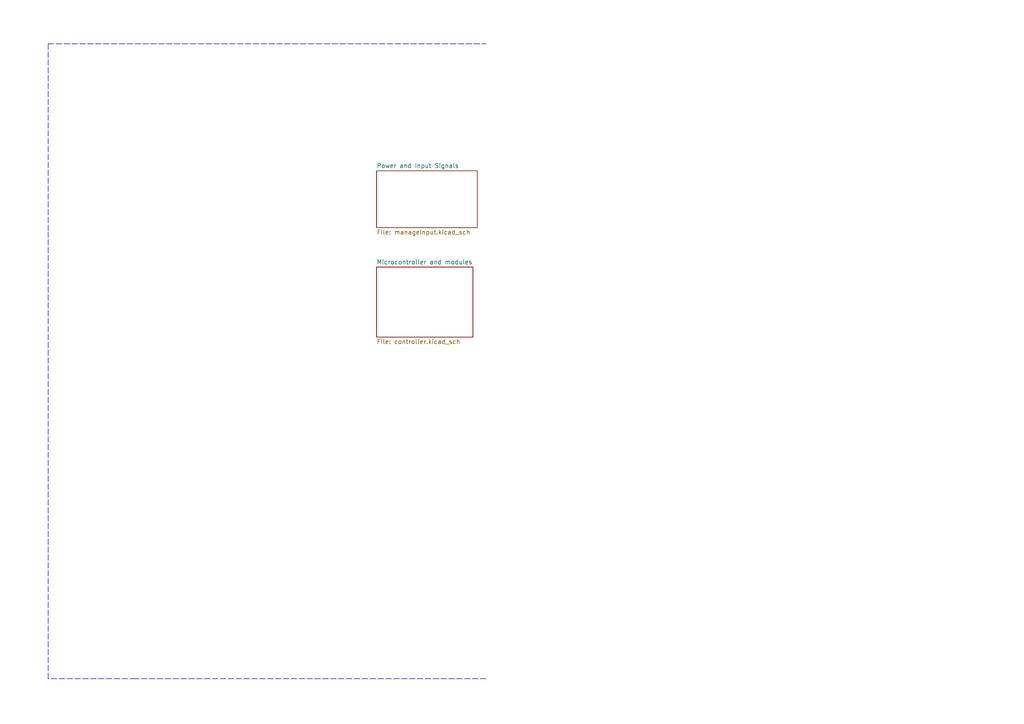
<source format=kicad_sch>
(kicad_sch (version 20211123) (generator eeschema)
  (paper "A4")
  (title_block (title "STM32 BASED EEG ") (comment 1 "ADS1299 8-CHANNEL ADC"))
  (lib_symbols)
  (polyline (pts (xy 140.97 196.85) (xy 39.37 196.85)))
  (polyline (pts (xy 39.37 196.85) (xy 13.97 196.85)))
  (polyline (pts (xy 13.97 12.7) (xy 13.97 67.31)))
  (polyline (pts (xy 13.97 12.7) (xy 140.97 12.7)))
  (polyline (pts (xy 13.97 196.85) (xy 13.97 67.31)))
  (sheet (at 109.22 49.53) (size 29.21 16.51) (stroke (width 0.1524))
    (property "Sheet name" "Power and Input Signals " (at 109.22 48.8184 0) (effects (justify left bottom)))
    (property "Sheet file" "manageInput.kicad_sch" (at 109.22 66.6246 0) (effects (justify left top)))
  )
  (sheet (at 109.22 77.47) (size 27.94 20.32) (stroke (width 0.1524))
    (property "Sheet name" "Microcontroller and modules" (at 109.22 76.7584 0) (effects (justify left bottom)))
    (property "Sheet file" "controller.kicad_sch" (at 109.22 98.3746 0) (effects (justify left top)))
  )
)
</source>
